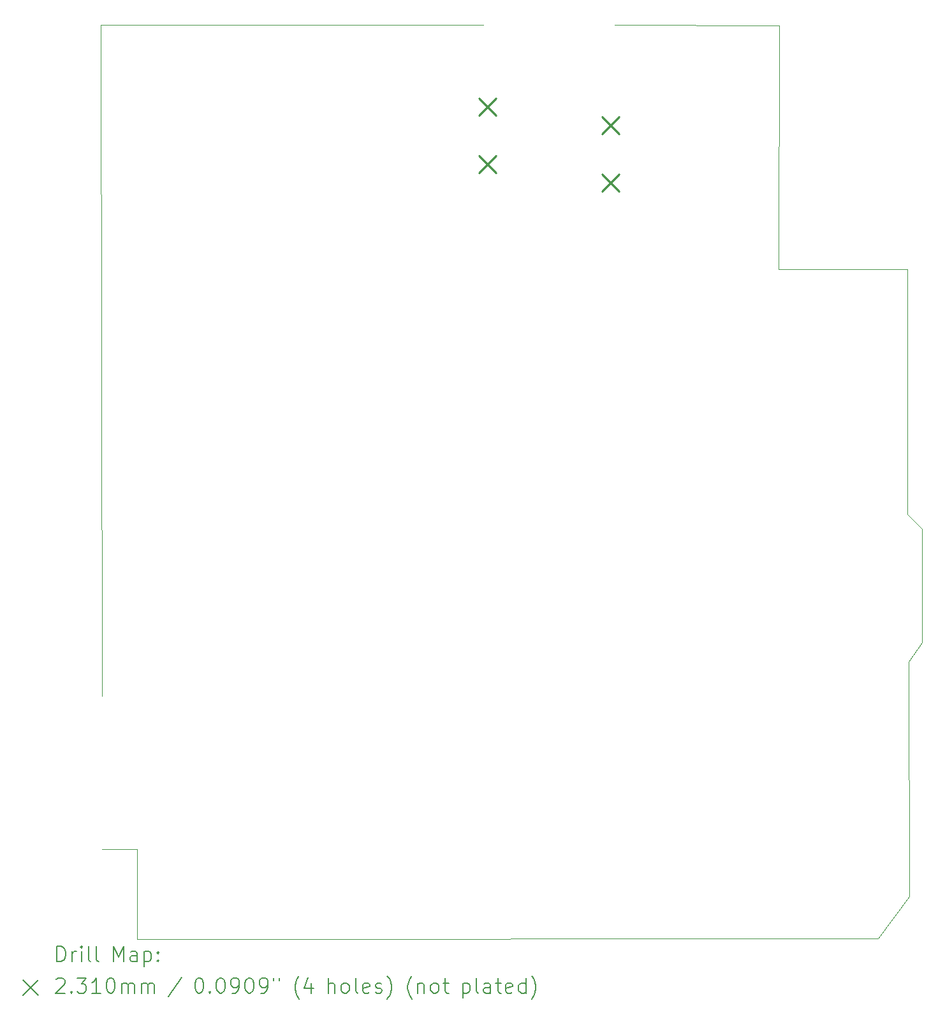
<source format=gbr>
%TF.GenerationSoftware,KiCad,Pcbnew,(7.0.0)*%
%TF.CreationDate,2024-09-24T22:28:00+02:00*%
%TF.ProjectId,FPGA_dev_board,46504741-5f64-4657-965f-626f6172642e,rev?*%
%TF.SameCoordinates,Original*%
%TF.FileFunction,Drillmap*%
%TF.FilePolarity,Positive*%
%FSLAX45Y45*%
G04 Gerber Fmt 4.5, Leading zero omitted, Abs format (unit mm)*
G04 Created by KiCad (PCBNEW (7.0.0)) date 2024-09-24 22:28:00*
%MOMM*%
%LPD*%
G01*
G04 APERTURE LIST*
%ADD10C,0.100000*%
%ADD11C,0.200000*%
%ADD12C,0.231000*%
G04 APERTURE END LIST*
D10*
X15270000Y-23528000D02*
X15263000Y-20410000D01*
X9620400Y-11962000D02*
X4586000Y-11959000D01*
X4554000Y-22899000D02*
X5022500Y-22899000D01*
X13544000Y-11966000D02*
X13541000Y-15205000D01*
X13544000Y-11966000D02*
X11362400Y-11962000D01*
X5022500Y-22899000D02*
X5022500Y-24091000D01*
X4554000Y-20869000D02*
X4540000Y-11959000D01*
X15447000Y-18652000D02*
X15247000Y-18452000D01*
X15270000Y-23528000D02*
X14858000Y-24085000D01*
X13541000Y-15205000D02*
X15235000Y-15204000D01*
X15263000Y-20410000D02*
X15447000Y-20152000D01*
X14858000Y-24085000D02*
X5022500Y-24091000D01*
X4540000Y-11959000D02*
X4586000Y-11959000D01*
X15247000Y-18452000D02*
X15245000Y-15217000D01*
X15245000Y-15204000D02*
X15245000Y-15217000D01*
X15235000Y-15204000D02*
X15245000Y-15204000D01*
X15447000Y-20152000D02*
X15447000Y-18652000D01*
D11*
D12*
X9560400Y-12935700D02*
X9791400Y-13166700D01*
X9791400Y-12935700D02*
X9560400Y-13166700D01*
X9560400Y-13697500D02*
X9791400Y-13928500D01*
X9791400Y-13697500D02*
X9560400Y-13928500D01*
X11191400Y-13177500D02*
X11422400Y-13408500D01*
X11422400Y-13177500D02*
X11191400Y-13408500D01*
X11191400Y-13939500D02*
X11422400Y-14170500D01*
X11422400Y-13939500D02*
X11191400Y-14170500D01*
D11*
X3956619Y-24389476D02*
X3956619Y-24189476D01*
X3956619Y-24189476D02*
X4004238Y-24189476D01*
X4004238Y-24189476D02*
X4032809Y-24199000D01*
X4032809Y-24199000D02*
X4051857Y-24218048D01*
X4051857Y-24218048D02*
X4061381Y-24237095D01*
X4061381Y-24237095D02*
X4070905Y-24275190D01*
X4070905Y-24275190D02*
X4070905Y-24303762D01*
X4070905Y-24303762D02*
X4061381Y-24341857D01*
X4061381Y-24341857D02*
X4051857Y-24360905D01*
X4051857Y-24360905D02*
X4032809Y-24379952D01*
X4032809Y-24379952D02*
X4004238Y-24389476D01*
X4004238Y-24389476D02*
X3956619Y-24389476D01*
X4156619Y-24389476D02*
X4156619Y-24256143D01*
X4156619Y-24294238D02*
X4166143Y-24275190D01*
X4166143Y-24275190D02*
X4175667Y-24265667D01*
X4175667Y-24265667D02*
X4194714Y-24256143D01*
X4194714Y-24256143D02*
X4213762Y-24256143D01*
X4280429Y-24389476D02*
X4280429Y-24256143D01*
X4280429Y-24189476D02*
X4270905Y-24199000D01*
X4270905Y-24199000D02*
X4280429Y-24208524D01*
X4280429Y-24208524D02*
X4289952Y-24199000D01*
X4289952Y-24199000D02*
X4280429Y-24189476D01*
X4280429Y-24189476D02*
X4280429Y-24208524D01*
X4404238Y-24389476D02*
X4385190Y-24379952D01*
X4385190Y-24379952D02*
X4375667Y-24360905D01*
X4375667Y-24360905D02*
X4375667Y-24189476D01*
X4509000Y-24389476D02*
X4489952Y-24379952D01*
X4489952Y-24379952D02*
X4480429Y-24360905D01*
X4480429Y-24360905D02*
X4480429Y-24189476D01*
X4705190Y-24389476D02*
X4705190Y-24189476D01*
X4705190Y-24189476D02*
X4771857Y-24332333D01*
X4771857Y-24332333D02*
X4838524Y-24189476D01*
X4838524Y-24189476D02*
X4838524Y-24389476D01*
X5019476Y-24389476D02*
X5019476Y-24284714D01*
X5019476Y-24284714D02*
X5009952Y-24265667D01*
X5009952Y-24265667D02*
X4990905Y-24256143D01*
X4990905Y-24256143D02*
X4952809Y-24256143D01*
X4952809Y-24256143D02*
X4933762Y-24265667D01*
X5019476Y-24379952D02*
X5000429Y-24389476D01*
X5000429Y-24389476D02*
X4952809Y-24389476D01*
X4952809Y-24389476D02*
X4933762Y-24379952D01*
X4933762Y-24379952D02*
X4924238Y-24360905D01*
X4924238Y-24360905D02*
X4924238Y-24341857D01*
X4924238Y-24341857D02*
X4933762Y-24322809D01*
X4933762Y-24322809D02*
X4952809Y-24313286D01*
X4952809Y-24313286D02*
X5000429Y-24313286D01*
X5000429Y-24313286D02*
X5019476Y-24303762D01*
X5114714Y-24256143D02*
X5114714Y-24456143D01*
X5114714Y-24265667D02*
X5133762Y-24256143D01*
X5133762Y-24256143D02*
X5171857Y-24256143D01*
X5171857Y-24256143D02*
X5190905Y-24265667D01*
X5190905Y-24265667D02*
X5200429Y-24275190D01*
X5200429Y-24275190D02*
X5209952Y-24294238D01*
X5209952Y-24294238D02*
X5209952Y-24351381D01*
X5209952Y-24351381D02*
X5200429Y-24370428D01*
X5200429Y-24370428D02*
X5190905Y-24379952D01*
X5190905Y-24379952D02*
X5171857Y-24389476D01*
X5171857Y-24389476D02*
X5133762Y-24389476D01*
X5133762Y-24389476D02*
X5114714Y-24379952D01*
X5295667Y-24370428D02*
X5305190Y-24379952D01*
X5305190Y-24379952D02*
X5295667Y-24389476D01*
X5295667Y-24389476D02*
X5286143Y-24379952D01*
X5286143Y-24379952D02*
X5295667Y-24370428D01*
X5295667Y-24370428D02*
X5295667Y-24389476D01*
X5295667Y-24265667D02*
X5305190Y-24275190D01*
X5305190Y-24275190D02*
X5295667Y-24284714D01*
X5295667Y-24284714D02*
X5286143Y-24275190D01*
X5286143Y-24275190D02*
X5295667Y-24265667D01*
X5295667Y-24265667D02*
X5295667Y-24284714D01*
X3509000Y-24636000D02*
X3709000Y-24836000D01*
X3709000Y-24636000D02*
X3509000Y-24836000D01*
X3947095Y-24628524D02*
X3956619Y-24619000D01*
X3956619Y-24619000D02*
X3975667Y-24609476D01*
X3975667Y-24609476D02*
X4023286Y-24609476D01*
X4023286Y-24609476D02*
X4042333Y-24619000D01*
X4042333Y-24619000D02*
X4051857Y-24628524D01*
X4051857Y-24628524D02*
X4061381Y-24647571D01*
X4061381Y-24647571D02*
X4061381Y-24666619D01*
X4061381Y-24666619D02*
X4051857Y-24695190D01*
X4051857Y-24695190D02*
X3937571Y-24809476D01*
X3937571Y-24809476D02*
X4061381Y-24809476D01*
X4147095Y-24790428D02*
X4156619Y-24799952D01*
X4156619Y-24799952D02*
X4147095Y-24809476D01*
X4147095Y-24809476D02*
X4137571Y-24799952D01*
X4137571Y-24799952D02*
X4147095Y-24790428D01*
X4147095Y-24790428D02*
X4147095Y-24809476D01*
X4223286Y-24609476D02*
X4347095Y-24609476D01*
X4347095Y-24609476D02*
X4280429Y-24685667D01*
X4280429Y-24685667D02*
X4309000Y-24685667D01*
X4309000Y-24685667D02*
X4328048Y-24695190D01*
X4328048Y-24695190D02*
X4337571Y-24704714D01*
X4337571Y-24704714D02*
X4347095Y-24723762D01*
X4347095Y-24723762D02*
X4347095Y-24771381D01*
X4347095Y-24771381D02*
X4337571Y-24790428D01*
X4337571Y-24790428D02*
X4328048Y-24799952D01*
X4328048Y-24799952D02*
X4309000Y-24809476D01*
X4309000Y-24809476D02*
X4251857Y-24809476D01*
X4251857Y-24809476D02*
X4232810Y-24799952D01*
X4232810Y-24799952D02*
X4223286Y-24790428D01*
X4537571Y-24809476D02*
X4423286Y-24809476D01*
X4480429Y-24809476D02*
X4480429Y-24609476D01*
X4480429Y-24609476D02*
X4461381Y-24638048D01*
X4461381Y-24638048D02*
X4442333Y-24657095D01*
X4442333Y-24657095D02*
X4423286Y-24666619D01*
X4661381Y-24609476D02*
X4680429Y-24609476D01*
X4680429Y-24609476D02*
X4699476Y-24619000D01*
X4699476Y-24619000D02*
X4709000Y-24628524D01*
X4709000Y-24628524D02*
X4718524Y-24647571D01*
X4718524Y-24647571D02*
X4728048Y-24685667D01*
X4728048Y-24685667D02*
X4728048Y-24733286D01*
X4728048Y-24733286D02*
X4718524Y-24771381D01*
X4718524Y-24771381D02*
X4709000Y-24790428D01*
X4709000Y-24790428D02*
X4699476Y-24799952D01*
X4699476Y-24799952D02*
X4680429Y-24809476D01*
X4680429Y-24809476D02*
X4661381Y-24809476D01*
X4661381Y-24809476D02*
X4642333Y-24799952D01*
X4642333Y-24799952D02*
X4632810Y-24790428D01*
X4632810Y-24790428D02*
X4623286Y-24771381D01*
X4623286Y-24771381D02*
X4613762Y-24733286D01*
X4613762Y-24733286D02*
X4613762Y-24685667D01*
X4613762Y-24685667D02*
X4623286Y-24647571D01*
X4623286Y-24647571D02*
X4632810Y-24628524D01*
X4632810Y-24628524D02*
X4642333Y-24619000D01*
X4642333Y-24619000D02*
X4661381Y-24609476D01*
X4813762Y-24809476D02*
X4813762Y-24676143D01*
X4813762Y-24695190D02*
X4823286Y-24685667D01*
X4823286Y-24685667D02*
X4842333Y-24676143D01*
X4842333Y-24676143D02*
X4870905Y-24676143D01*
X4870905Y-24676143D02*
X4889952Y-24685667D01*
X4889952Y-24685667D02*
X4899476Y-24704714D01*
X4899476Y-24704714D02*
X4899476Y-24809476D01*
X4899476Y-24704714D02*
X4909000Y-24685667D01*
X4909000Y-24685667D02*
X4928048Y-24676143D01*
X4928048Y-24676143D02*
X4956619Y-24676143D01*
X4956619Y-24676143D02*
X4975667Y-24685667D01*
X4975667Y-24685667D02*
X4985191Y-24704714D01*
X4985191Y-24704714D02*
X4985191Y-24809476D01*
X5080429Y-24809476D02*
X5080429Y-24676143D01*
X5080429Y-24695190D02*
X5089952Y-24685667D01*
X5089952Y-24685667D02*
X5109000Y-24676143D01*
X5109000Y-24676143D02*
X5137572Y-24676143D01*
X5137572Y-24676143D02*
X5156619Y-24685667D01*
X5156619Y-24685667D02*
X5166143Y-24704714D01*
X5166143Y-24704714D02*
X5166143Y-24809476D01*
X5166143Y-24704714D02*
X5175667Y-24685667D01*
X5175667Y-24685667D02*
X5194714Y-24676143D01*
X5194714Y-24676143D02*
X5223286Y-24676143D01*
X5223286Y-24676143D02*
X5242333Y-24685667D01*
X5242333Y-24685667D02*
X5251857Y-24704714D01*
X5251857Y-24704714D02*
X5251857Y-24809476D01*
X5609952Y-24599952D02*
X5438524Y-24857095D01*
X5834714Y-24609476D02*
X5853762Y-24609476D01*
X5853762Y-24609476D02*
X5872810Y-24619000D01*
X5872810Y-24619000D02*
X5882333Y-24628524D01*
X5882333Y-24628524D02*
X5891857Y-24647571D01*
X5891857Y-24647571D02*
X5901381Y-24685667D01*
X5901381Y-24685667D02*
X5901381Y-24733286D01*
X5901381Y-24733286D02*
X5891857Y-24771381D01*
X5891857Y-24771381D02*
X5882333Y-24790428D01*
X5882333Y-24790428D02*
X5872810Y-24799952D01*
X5872810Y-24799952D02*
X5853762Y-24809476D01*
X5853762Y-24809476D02*
X5834714Y-24809476D01*
X5834714Y-24809476D02*
X5815667Y-24799952D01*
X5815667Y-24799952D02*
X5806143Y-24790428D01*
X5806143Y-24790428D02*
X5796619Y-24771381D01*
X5796619Y-24771381D02*
X5787095Y-24733286D01*
X5787095Y-24733286D02*
X5787095Y-24685667D01*
X5787095Y-24685667D02*
X5796619Y-24647571D01*
X5796619Y-24647571D02*
X5806143Y-24628524D01*
X5806143Y-24628524D02*
X5815667Y-24619000D01*
X5815667Y-24619000D02*
X5834714Y-24609476D01*
X5987095Y-24790428D02*
X5996619Y-24799952D01*
X5996619Y-24799952D02*
X5987095Y-24809476D01*
X5987095Y-24809476D02*
X5977571Y-24799952D01*
X5977571Y-24799952D02*
X5987095Y-24790428D01*
X5987095Y-24790428D02*
X5987095Y-24809476D01*
X6120429Y-24609476D02*
X6139476Y-24609476D01*
X6139476Y-24609476D02*
X6158524Y-24619000D01*
X6158524Y-24619000D02*
X6168048Y-24628524D01*
X6168048Y-24628524D02*
X6177571Y-24647571D01*
X6177571Y-24647571D02*
X6187095Y-24685667D01*
X6187095Y-24685667D02*
X6187095Y-24733286D01*
X6187095Y-24733286D02*
X6177571Y-24771381D01*
X6177571Y-24771381D02*
X6168048Y-24790428D01*
X6168048Y-24790428D02*
X6158524Y-24799952D01*
X6158524Y-24799952D02*
X6139476Y-24809476D01*
X6139476Y-24809476D02*
X6120429Y-24809476D01*
X6120429Y-24809476D02*
X6101381Y-24799952D01*
X6101381Y-24799952D02*
X6091857Y-24790428D01*
X6091857Y-24790428D02*
X6082333Y-24771381D01*
X6082333Y-24771381D02*
X6072810Y-24733286D01*
X6072810Y-24733286D02*
X6072810Y-24685667D01*
X6072810Y-24685667D02*
X6082333Y-24647571D01*
X6082333Y-24647571D02*
X6091857Y-24628524D01*
X6091857Y-24628524D02*
X6101381Y-24619000D01*
X6101381Y-24619000D02*
X6120429Y-24609476D01*
X6282333Y-24809476D02*
X6320429Y-24809476D01*
X6320429Y-24809476D02*
X6339476Y-24799952D01*
X6339476Y-24799952D02*
X6349000Y-24790428D01*
X6349000Y-24790428D02*
X6368048Y-24761857D01*
X6368048Y-24761857D02*
X6377571Y-24723762D01*
X6377571Y-24723762D02*
X6377571Y-24647571D01*
X6377571Y-24647571D02*
X6368048Y-24628524D01*
X6368048Y-24628524D02*
X6358524Y-24619000D01*
X6358524Y-24619000D02*
X6339476Y-24609476D01*
X6339476Y-24609476D02*
X6301381Y-24609476D01*
X6301381Y-24609476D02*
X6282333Y-24619000D01*
X6282333Y-24619000D02*
X6272810Y-24628524D01*
X6272810Y-24628524D02*
X6263286Y-24647571D01*
X6263286Y-24647571D02*
X6263286Y-24695190D01*
X6263286Y-24695190D02*
X6272810Y-24714238D01*
X6272810Y-24714238D02*
X6282333Y-24723762D01*
X6282333Y-24723762D02*
X6301381Y-24733286D01*
X6301381Y-24733286D02*
X6339476Y-24733286D01*
X6339476Y-24733286D02*
X6358524Y-24723762D01*
X6358524Y-24723762D02*
X6368048Y-24714238D01*
X6368048Y-24714238D02*
X6377571Y-24695190D01*
X6501381Y-24609476D02*
X6520429Y-24609476D01*
X6520429Y-24609476D02*
X6539476Y-24619000D01*
X6539476Y-24619000D02*
X6549000Y-24628524D01*
X6549000Y-24628524D02*
X6558524Y-24647571D01*
X6558524Y-24647571D02*
X6568048Y-24685667D01*
X6568048Y-24685667D02*
X6568048Y-24733286D01*
X6568048Y-24733286D02*
X6558524Y-24771381D01*
X6558524Y-24771381D02*
X6549000Y-24790428D01*
X6549000Y-24790428D02*
X6539476Y-24799952D01*
X6539476Y-24799952D02*
X6520429Y-24809476D01*
X6520429Y-24809476D02*
X6501381Y-24809476D01*
X6501381Y-24809476D02*
X6482333Y-24799952D01*
X6482333Y-24799952D02*
X6472810Y-24790428D01*
X6472810Y-24790428D02*
X6463286Y-24771381D01*
X6463286Y-24771381D02*
X6453762Y-24733286D01*
X6453762Y-24733286D02*
X6453762Y-24685667D01*
X6453762Y-24685667D02*
X6463286Y-24647571D01*
X6463286Y-24647571D02*
X6472810Y-24628524D01*
X6472810Y-24628524D02*
X6482333Y-24619000D01*
X6482333Y-24619000D02*
X6501381Y-24609476D01*
X6663286Y-24809476D02*
X6701381Y-24809476D01*
X6701381Y-24809476D02*
X6720429Y-24799952D01*
X6720429Y-24799952D02*
X6729952Y-24790428D01*
X6729952Y-24790428D02*
X6749000Y-24761857D01*
X6749000Y-24761857D02*
X6758524Y-24723762D01*
X6758524Y-24723762D02*
X6758524Y-24647571D01*
X6758524Y-24647571D02*
X6749000Y-24628524D01*
X6749000Y-24628524D02*
X6739476Y-24619000D01*
X6739476Y-24619000D02*
X6720429Y-24609476D01*
X6720429Y-24609476D02*
X6682333Y-24609476D01*
X6682333Y-24609476D02*
X6663286Y-24619000D01*
X6663286Y-24619000D02*
X6653762Y-24628524D01*
X6653762Y-24628524D02*
X6644238Y-24647571D01*
X6644238Y-24647571D02*
X6644238Y-24695190D01*
X6644238Y-24695190D02*
X6653762Y-24714238D01*
X6653762Y-24714238D02*
X6663286Y-24723762D01*
X6663286Y-24723762D02*
X6682333Y-24733286D01*
X6682333Y-24733286D02*
X6720429Y-24733286D01*
X6720429Y-24733286D02*
X6739476Y-24723762D01*
X6739476Y-24723762D02*
X6749000Y-24714238D01*
X6749000Y-24714238D02*
X6758524Y-24695190D01*
X6834714Y-24609476D02*
X6834714Y-24647571D01*
X6910905Y-24609476D02*
X6910905Y-24647571D01*
X7173762Y-24885667D02*
X7164238Y-24876143D01*
X7164238Y-24876143D02*
X7145191Y-24847571D01*
X7145191Y-24847571D02*
X7135667Y-24828524D01*
X7135667Y-24828524D02*
X7126143Y-24799952D01*
X7126143Y-24799952D02*
X7116619Y-24752333D01*
X7116619Y-24752333D02*
X7116619Y-24714238D01*
X7116619Y-24714238D02*
X7126143Y-24666619D01*
X7126143Y-24666619D02*
X7135667Y-24638048D01*
X7135667Y-24638048D02*
X7145191Y-24619000D01*
X7145191Y-24619000D02*
X7164238Y-24590428D01*
X7164238Y-24590428D02*
X7173762Y-24580905D01*
X7335667Y-24676143D02*
X7335667Y-24809476D01*
X7288048Y-24599952D02*
X7240429Y-24742809D01*
X7240429Y-24742809D02*
X7364238Y-24742809D01*
X7560429Y-24809476D02*
X7560429Y-24609476D01*
X7646143Y-24809476D02*
X7646143Y-24704714D01*
X7646143Y-24704714D02*
X7636619Y-24685667D01*
X7636619Y-24685667D02*
X7617572Y-24676143D01*
X7617572Y-24676143D02*
X7589000Y-24676143D01*
X7589000Y-24676143D02*
X7569952Y-24685667D01*
X7569952Y-24685667D02*
X7560429Y-24695190D01*
X7769952Y-24809476D02*
X7750905Y-24799952D01*
X7750905Y-24799952D02*
X7741381Y-24790428D01*
X7741381Y-24790428D02*
X7731857Y-24771381D01*
X7731857Y-24771381D02*
X7731857Y-24714238D01*
X7731857Y-24714238D02*
X7741381Y-24695190D01*
X7741381Y-24695190D02*
X7750905Y-24685667D01*
X7750905Y-24685667D02*
X7769952Y-24676143D01*
X7769952Y-24676143D02*
X7798524Y-24676143D01*
X7798524Y-24676143D02*
X7817572Y-24685667D01*
X7817572Y-24685667D02*
X7827095Y-24695190D01*
X7827095Y-24695190D02*
X7836619Y-24714238D01*
X7836619Y-24714238D02*
X7836619Y-24771381D01*
X7836619Y-24771381D02*
X7827095Y-24790428D01*
X7827095Y-24790428D02*
X7817572Y-24799952D01*
X7817572Y-24799952D02*
X7798524Y-24809476D01*
X7798524Y-24809476D02*
X7769952Y-24809476D01*
X7950905Y-24809476D02*
X7931857Y-24799952D01*
X7931857Y-24799952D02*
X7922333Y-24780905D01*
X7922333Y-24780905D02*
X7922333Y-24609476D01*
X8103286Y-24799952D02*
X8084238Y-24809476D01*
X8084238Y-24809476D02*
X8046143Y-24809476D01*
X8046143Y-24809476D02*
X8027095Y-24799952D01*
X8027095Y-24799952D02*
X8017572Y-24780905D01*
X8017572Y-24780905D02*
X8017572Y-24704714D01*
X8017572Y-24704714D02*
X8027095Y-24685667D01*
X8027095Y-24685667D02*
X8046143Y-24676143D01*
X8046143Y-24676143D02*
X8084238Y-24676143D01*
X8084238Y-24676143D02*
X8103286Y-24685667D01*
X8103286Y-24685667D02*
X8112810Y-24704714D01*
X8112810Y-24704714D02*
X8112810Y-24723762D01*
X8112810Y-24723762D02*
X8017572Y-24742809D01*
X8189000Y-24799952D02*
X8208048Y-24809476D01*
X8208048Y-24809476D02*
X8246143Y-24809476D01*
X8246143Y-24809476D02*
X8265191Y-24799952D01*
X8265191Y-24799952D02*
X8274714Y-24780905D01*
X8274714Y-24780905D02*
X8274714Y-24771381D01*
X8274714Y-24771381D02*
X8265191Y-24752333D01*
X8265191Y-24752333D02*
X8246143Y-24742809D01*
X8246143Y-24742809D02*
X8217572Y-24742809D01*
X8217572Y-24742809D02*
X8198524Y-24733286D01*
X8198524Y-24733286D02*
X8189000Y-24714238D01*
X8189000Y-24714238D02*
X8189000Y-24704714D01*
X8189000Y-24704714D02*
X8198524Y-24685667D01*
X8198524Y-24685667D02*
X8217572Y-24676143D01*
X8217572Y-24676143D02*
X8246143Y-24676143D01*
X8246143Y-24676143D02*
X8265191Y-24685667D01*
X8341381Y-24885667D02*
X8350905Y-24876143D01*
X8350905Y-24876143D02*
X8369953Y-24847571D01*
X8369953Y-24847571D02*
X8379476Y-24828524D01*
X8379476Y-24828524D02*
X8389000Y-24799952D01*
X8389000Y-24799952D02*
X8398524Y-24752333D01*
X8398524Y-24752333D02*
X8398524Y-24714238D01*
X8398524Y-24714238D02*
X8389000Y-24666619D01*
X8389000Y-24666619D02*
X8379476Y-24638048D01*
X8379476Y-24638048D02*
X8369953Y-24619000D01*
X8369953Y-24619000D02*
X8350905Y-24590428D01*
X8350905Y-24590428D02*
X8341381Y-24580905D01*
X8670905Y-24885667D02*
X8661381Y-24876143D01*
X8661381Y-24876143D02*
X8642334Y-24847571D01*
X8642334Y-24847571D02*
X8632810Y-24828524D01*
X8632810Y-24828524D02*
X8623286Y-24799952D01*
X8623286Y-24799952D02*
X8613762Y-24752333D01*
X8613762Y-24752333D02*
X8613762Y-24714238D01*
X8613762Y-24714238D02*
X8623286Y-24666619D01*
X8623286Y-24666619D02*
X8632810Y-24638048D01*
X8632810Y-24638048D02*
X8642334Y-24619000D01*
X8642334Y-24619000D02*
X8661381Y-24590428D01*
X8661381Y-24590428D02*
X8670905Y-24580905D01*
X8747095Y-24676143D02*
X8747095Y-24809476D01*
X8747095Y-24695190D02*
X8756619Y-24685667D01*
X8756619Y-24685667D02*
X8775667Y-24676143D01*
X8775667Y-24676143D02*
X8804238Y-24676143D01*
X8804238Y-24676143D02*
X8823286Y-24685667D01*
X8823286Y-24685667D02*
X8832810Y-24704714D01*
X8832810Y-24704714D02*
X8832810Y-24809476D01*
X8956619Y-24809476D02*
X8937572Y-24799952D01*
X8937572Y-24799952D02*
X8928048Y-24790428D01*
X8928048Y-24790428D02*
X8918524Y-24771381D01*
X8918524Y-24771381D02*
X8918524Y-24714238D01*
X8918524Y-24714238D02*
X8928048Y-24695190D01*
X8928048Y-24695190D02*
X8937572Y-24685667D01*
X8937572Y-24685667D02*
X8956619Y-24676143D01*
X8956619Y-24676143D02*
X8985191Y-24676143D01*
X8985191Y-24676143D02*
X9004238Y-24685667D01*
X9004238Y-24685667D02*
X9013762Y-24695190D01*
X9013762Y-24695190D02*
X9023286Y-24714238D01*
X9023286Y-24714238D02*
X9023286Y-24771381D01*
X9023286Y-24771381D02*
X9013762Y-24790428D01*
X9013762Y-24790428D02*
X9004238Y-24799952D01*
X9004238Y-24799952D02*
X8985191Y-24809476D01*
X8985191Y-24809476D02*
X8956619Y-24809476D01*
X9080429Y-24676143D02*
X9156619Y-24676143D01*
X9109000Y-24609476D02*
X9109000Y-24780905D01*
X9109000Y-24780905D02*
X9118524Y-24799952D01*
X9118524Y-24799952D02*
X9137572Y-24809476D01*
X9137572Y-24809476D02*
X9156619Y-24809476D01*
X9343286Y-24676143D02*
X9343286Y-24876143D01*
X9343286Y-24685667D02*
X9362334Y-24676143D01*
X9362334Y-24676143D02*
X9400429Y-24676143D01*
X9400429Y-24676143D02*
X9419476Y-24685667D01*
X9419476Y-24685667D02*
X9429000Y-24695190D01*
X9429000Y-24695190D02*
X9438524Y-24714238D01*
X9438524Y-24714238D02*
X9438524Y-24771381D01*
X9438524Y-24771381D02*
X9429000Y-24790428D01*
X9429000Y-24790428D02*
X9419476Y-24799952D01*
X9419476Y-24799952D02*
X9400429Y-24809476D01*
X9400429Y-24809476D02*
X9362334Y-24809476D01*
X9362334Y-24809476D02*
X9343286Y-24799952D01*
X9552810Y-24809476D02*
X9533762Y-24799952D01*
X9533762Y-24799952D02*
X9524238Y-24780905D01*
X9524238Y-24780905D02*
X9524238Y-24609476D01*
X9714715Y-24809476D02*
X9714715Y-24704714D01*
X9714715Y-24704714D02*
X9705191Y-24685667D01*
X9705191Y-24685667D02*
X9686143Y-24676143D01*
X9686143Y-24676143D02*
X9648048Y-24676143D01*
X9648048Y-24676143D02*
X9629000Y-24685667D01*
X9714715Y-24799952D02*
X9695667Y-24809476D01*
X9695667Y-24809476D02*
X9648048Y-24809476D01*
X9648048Y-24809476D02*
X9629000Y-24799952D01*
X9629000Y-24799952D02*
X9619476Y-24780905D01*
X9619476Y-24780905D02*
X9619476Y-24761857D01*
X9619476Y-24761857D02*
X9629000Y-24742809D01*
X9629000Y-24742809D02*
X9648048Y-24733286D01*
X9648048Y-24733286D02*
X9695667Y-24733286D01*
X9695667Y-24733286D02*
X9714715Y-24723762D01*
X9781381Y-24676143D02*
X9857572Y-24676143D01*
X9809953Y-24609476D02*
X9809953Y-24780905D01*
X9809953Y-24780905D02*
X9819476Y-24799952D01*
X9819476Y-24799952D02*
X9838524Y-24809476D01*
X9838524Y-24809476D02*
X9857572Y-24809476D01*
X10000429Y-24799952D02*
X9981381Y-24809476D01*
X9981381Y-24809476D02*
X9943286Y-24809476D01*
X9943286Y-24809476D02*
X9924238Y-24799952D01*
X9924238Y-24799952D02*
X9914715Y-24780905D01*
X9914715Y-24780905D02*
X9914715Y-24704714D01*
X9914715Y-24704714D02*
X9924238Y-24685667D01*
X9924238Y-24685667D02*
X9943286Y-24676143D01*
X9943286Y-24676143D02*
X9981381Y-24676143D01*
X9981381Y-24676143D02*
X10000429Y-24685667D01*
X10000429Y-24685667D02*
X10009953Y-24704714D01*
X10009953Y-24704714D02*
X10009953Y-24723762D01*
X10009953Y-24723762D02*
X9914715Y-24742809D01*
X10181381Y-24809476D02*
X10181381Y-24609476D01*
X10181381Y-24799952D02*
X10162334Y-24809476D01*
X10162334Y-24809476D02*
X10124238Y-24809476D01*
X10124238Y-24809476D02*
X10105191Y-24799952D01*
X10105191Y-24799952D02*
X10095667Y-24790428D01*
X10095667Y-24790428D02*
X10086143Y-24771381D01*
X10086143Y-24771381D02*
X10086143Y-24714238D01*
X10086143Y-24714238D02*
X10095667Y-24695190D01*
X10095667Y-24695190D02*
X10105191Y-24685667D01*
X10105191Y-24685667D02*
X10124238Y-24676143D01*
X10124238Y-24676143D02*
X10162334Y-24676143D01*
X10162334Y-24676143D02*
X10181381Y-24685667D01*
X10257572Y-24885667D02*
X10267096Y-24876143D01*
X10267096Y-24876143D02*
X10286143Y-24847571D01*
X10286143Y-24847571D02*
X10295667Y-24828524D01*
X10295667Y-24828524D02*
X10305191Y-24799952D01*
X10305191Y-24799952D02*
X10314715Y-24752333D01*
X10314715Y-24752333D02*
X10314715Y-24714238D01*
X10314715Y-24714238D02*
X10305191Y-24666619D01*
X10305191Y-24666619D02*
X10295667Y-24638048D01*
X10295667Y-24638048D02*
X10286143Y-24619000D01*
X10286143Y-24619000D02*
X10267096Y-24590428D01*
X10267096Y-24590428D02*
X10257572Y-24580905D01*
M02*

</source>
